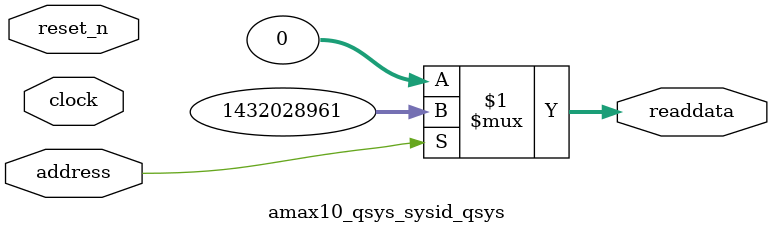
<source format=v>

`timescale 1ns / 1ps
// synthesis translate_on

// turn off superfluous verilog processor warnings 
// altera message_level Level1 
// altera message_off 10034 10035 10036 10037 10230 10240 10030 

module amax10_qsys_sysid_qsys (
               // inputs:
                address,
                clock,
                reset_n,

               // outputs:
                readdata
             )
;

  output  [ 31: 0] readdata;
  input            address;
  input            clock;
  input            reset_n;

  wire    [ 31: 0] readdata;
  //control_slave, which is an e_avalon_slave
  assign readdata = address ? 1432028961 : 0;

endmodule




</source>
